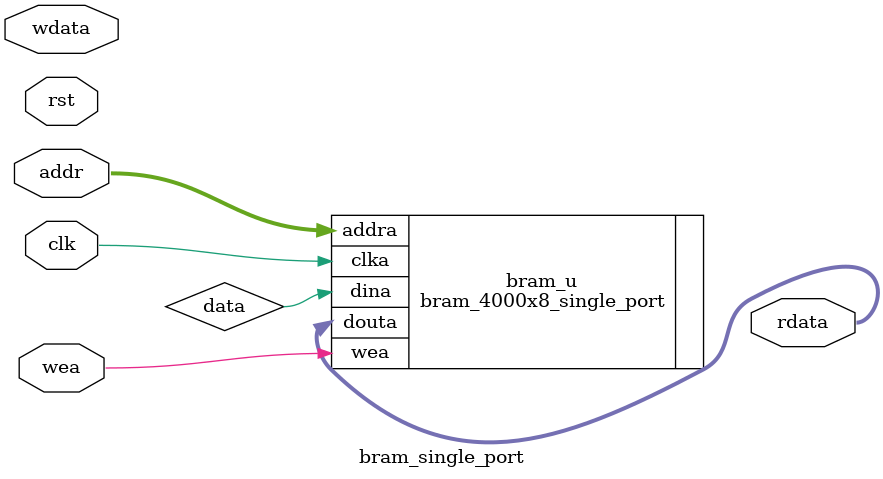
<source format=v>
/***************************************************************************************
* Copyright (c) 2025 Beijing Institute of Open Source Chip (BOSC)
* Copyright (c) 2020-2025 Institute of Computing Technology, Chinese Academy of Sciences
*
* DiffTest is licensed under Mulan PSL v2.
* You can use this software according to the terms and conditions of the Mulan PSL v2.
* You may obtain a copy of Mulan PSL v2 at:
*          http://license.coscl.org.cn/MulanPSL2
*
* THIS SOFTWARE IS PROVIDED ON AN "AS IS" BASIS, WITHOUT WARRANTIES OF ANY KIND,
* EITHER EXPRESS OR IMPLIED, INCLUDING BUT NOT LIMITED TO NON-INFRINGEMENT,
* MERCHANTABILITY OR FIT FOR A PARTICULAR PURPOSE.
*
* See the Mulan PSL v2 for more details.
***************************************************************************************/
module bram_single_port #(
  parameter DATA_WIDTH = 4000,
  parameter ADDR_WIDTH = 3,
  parameter RAM_DEPTH = 1 << ADDR_WIDTH
) (
  input                    clk,
  input                    rst,
  input                    wea,
  input [ADDR_WIDTH - 1:0] addr,
  input [DATA_WIDTH - 1:0] wdata,
  output [DATA_WIDTH - 1:0] rdata
);

`ifndef SYNTHESIS
  reg [DATA_WIDTH - 1:0] mem [RAM_DEPTH - 1:0] ;
  reg [DATA_WIDTH - 1:0] rdata_reg;

  assign rdata = rdata_reg;

  integer initvar;
  initial begin
    #`RANDOMIZE_DELAY begin end
    for (initvar = 0; initvar < RAM_DEPTH; initvar = initvar + 1)
      mem[initvar] = {DATA_WIDTH{$random}};
  end

  always @(posedge clk) begin
    if (rst) begin
      rdata_reg <= 0;
    end else begin
      if (wea)
        mem[addr] <= wdata;
      rdata_reg <= mem[addr];
    end
  end

`else
    bram_4000x8_single_port bram_u (
      .clka(clk),
      .wea(wea),
      .addra(addr),
      .douta(rdata),
      .dina(data)
    );
`endif
endmodule

</source>
